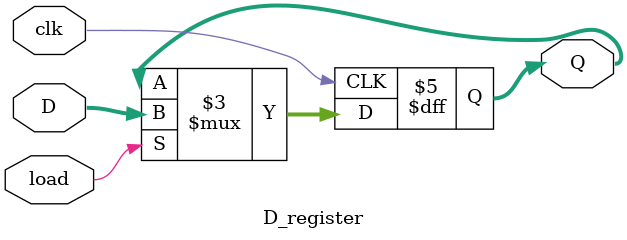
<source format=v>
`timescale 1ns / 1ps

module D_register #(parameter DATA_WIDTH = 32)
    (
    input wire [DATA_WIDTH - 1:0] D,
    input wire load, clk,
    output reg [DATA_WIDTH - 1:0] Q
    );
    
    always @(posedge clk) begin
        if (load)
            Q = D;
        else
            Q = Q;
    end
endmodule
</source>
